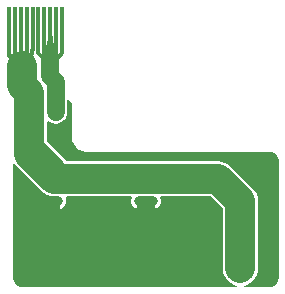
<source format=gbl>
G04 Layer_Physical_Order=2*
G04 Layer_Color=16711680*
%FSLAX25Y25*%
%MOIN*%
G70*
G01*
G75*
%ADD10O,0.07874X0.03150*%
%ADD11C,0.02200*%
%ADD12C,0.03000*%
%ADD13R,0.01378X0.07874*%
%ADD14C,0.10000*%
%ADD15C,0.06000*%
%ADD16C,0.01200*%
G36*
X1450Y-8071D02*
X1437Y-8107D01*
X1425Y-8167D01*
X1415Y-8251D01*
X1400Y-8491D01*
X1387Y-9259D01*
X187D01*
X187Y-9031D01*
X125Y-8071D01*
X110Y-8059D01*
X1464D01*
X1450Y-8071D01*
D02*
G37*
G36*
X3418D02*
X3405Y-8107D01*
X3394Y-8167D01*
X3384Y-8251D01*
X3368Y-8491D01*
X3356Y-9259D01*
X2156D01*
X2155Y-9031D01*
X2094Y-8071D01*
X2079Y-8059D01*
X3433D01*
X3418Y-8071D01*
D02*
G37*
G36*
X15175Y-8059D02*
X15244D01*
X15229Y-8071D01*
X15216Y-8107D01*
X15205Y-8167D01*
X15195Y-8251D01*
X15181Y-8459D01*
X15182Y-8515D01*
X15411Y-11126D01*
X15548Y-11846D01*
X15715Y-12490D01*
X15913Y-13059D01*
X16141Y-13552D01*
X16400Y-13971D01*
X16690Y-14313D01*
X12444D01*
X12734Y-13971D01*
X12992Y-13552D01*
X13221Y-13059D01*
X13419Y-12490D01*
X13586Y-11846D01*
X13723Y-11126D01*
X13830Y-10331D01*
X13942Y-8657D01*
X13905Y-8071D01*
X13890Y-8059D01*
X13959D01*
X13967Y-7494D01*
X15167D01*
X15175Y-8059D01*
D02*
G37*
G36*
X3432Y-53272D02*
X11698Y-61538D01*
X12043Y-61821D01*
X12036Y-61839D01*
X12064D01*
X12581Y-62263D01*
X13589Y-62801D01*
X14682Y-63133D01*
X14961Y-63161D01*
Y-64792D01*
X17913D01*
Y-67311D01*
X17995Y-67300D01*
X18621Y-67041D01*
X19159Y-66628D01*
X19572Y-66090D01*
X19831Y-65464D01*
X19920Y-64792D01*
X19831Y-64119D01*
X19676Y-63745D01*
X19977Y-63245D01*
X41440D01*
X41741Y-63745D01*
X41586Y-64119D01*
X41497Y-64792D01*
X41586Y-65464D01*
X41845Y-66090D01*
X42258Y-66628D01*
X42796Y-67041D01*
X43422Y-67300D01*
X43504Y-67311D01*
Y-64792D01*
X49409D01*
Y-67311D01*
X49491Y-67300D01*
X50117Y-67041D01*
X50655Y-66628D01*
X51068Y-66090D01*
X51327Y-65464D01*
X51416Y-64792D01*
X51327Y-64119D01*
X51172Y-63745D01*
X51473Y-63245D01*
X68164D01*
X72125Y-67206D01*
Y-87233D01*
X72237Y-88370D01*
X72568Y-89463D01*
X73107Y-90470D01*
X73832Y-91354D01*
X74715Y-92078D01*
X75722Y-92617D01*
X76816Y-92949D01*
X76765Y-93445D01*
X5118D01*
Y-93441D01*
X4377Y-93343D01*
X3687Y-93057D01*
X3095Y-92602D01*
X2640Y-92010D01*
X2354Y-91320D01*
X2257Y-90579D01*
X2252D01*
Y-52504D01*
X2395Y-52468D01*
X2752Y-52443D01*
X3432Y-53272D01*
D02*
G37*
G36*
X20853Y-31235D02*
X20893Y-31266D01*
X21197Y-31638D01*
X21376Y-31870D01*
X21662Y-32561D01*
X21759Y-33301D01*
X21764D01*
Y-39370D01*
Y-43335D01*
X21764Y-43335D01*
X21742D01*
X21913Y-44636D01*
X22416Y-45849D01*
X23215Y-46891D01*
X24257Y-47691D01*
X25470Y-48194D01*
X26291Y-48302D01*
X26773Y-48365D01*
X26774Y-48365D01*
X27264Y-48342D01*
X87795D01*
Y-48347D01*
X88536Y-48445D01*
X89226Y-48731D01*
X89819Y-49186D01*
X90273Y-49778D01*
X90559Y-50468D01*
X90657Y-51209D01*
X90662D01*
Y-90579D01*
X90657D01*
X90559Y-91320D01*
X90273Y-92010D01*
X89819Y-92602D01*
X89226Y-93057D01*
X88536Y-93343D01*
X87795Y-93441D01*
Y-93445D01*
X79140D01*
X79090Y-92949D01*
X80183Y-92617D01*
X81191Y-92078D01*
X82074Y-91354D01*
X82799Y-90470D01*
X83337Y-89463D01*
X83669Y-88370D01*
X83781Y-87233D01*
Y-64792D01*
X83669Y-63655D01*
X83337Y-62561D01*
X82799Y-61554D01*
X82074Y-60671D01*
X74699Y-53296D01*
X73816Y-52571D01*
X72808Y-52032D01*
X71715Y-51701D01*
X70578Y-51589D01*
X19855D01*
X19777Y-51443D01*
X19052Y-50560D01*
X13382Y-44890D01*
Y-38355D01*
X13882Y-38109D01*
X14437Y-38535D01*
X15361Y-38918D01*
X16353Y-39048D01*
X17345Y-38918D01*
X18270Y-38535D01*
X19064Y-37926D01*
X19673Y-37132D01*
X20056Y-36208D01*
X20186Y-35216D01*
Y-31144D01*
X20660Y-30983D01*
X20853Y-31235D01*
D02*
G37*
G36*
X17198Y-8071D02*
X17185Y-8107D01*
X17173Y-8167D01*
X17163Y-8251D01*
X17148Y-8491D01*
X17135Y-9259D01*
X15935D01*
X15935Y-9031D01*
X15873Y-8071D01*
X15858Y-8059D01*
X17212D01*
X17198Y-8071D01*
D02*
G37*
G36*
X19166D02*
X19153Y-8107D01*
X19142Y-8167D01*
X19132Y-8251D01*
X19116Y-8491D01*
X19104Y-9259D01*
X17904D01*
X17903Y-9031D01*
X17842Y-8071D01*
X17827Y-8059D01*
X19181D01*
X19166Y-8071D01*
D02*
G37*
G36*
X13261D02*
X13248Y-8107D01*
X13236Y-8167D01*
X13226Y-8251D01*
X13211Y-8491D01*
X13198Y-9259D01*
X11998D01*
X11998Y-9031D01*
X11936Y-8071D01*
X11921Y-8059D01*
X13275D01*
X13261Y-8071D01*
D02*
G37*
G36*
X5387D02*
X5374Y-8107D01*
X5362Y-8167D01*
X5352Y-8251D01*
X5337Y-8491D01*
X5324Y-9259D01*
X4124D01*
X4124Y-9031D01*
X4062Y-8071D01*
X4047Y-8059D01*
X5401D01*
X5387Y-8071D01*
D02*
G37*
G36*
X7355D02*
X7342Y-8107D01*
X7331Y-8167D01*
X7321Y-8251D01*
X7305Y-8491D01*
X7293Y-9259D01*
X6093D01*
X6092Y-9031D01*
X6031Y-8071D01*
X6016Y-8059D01*
X7370D01*
X7355Y-8071D01*
D02*
G37*
D10*
X77953Y-64792D02*
D03*
Y-87233D02*
D03*
X46457Y-64792D02*
D03*
Y-87233D02*
D03*
X14961Y-64792D02*
D03*
Y-87233D02*
D03*
D11*
X26819Y-74348D02*
D03*
Y-79014D02*
D03*
Y-83681D02*
D03*
X57319Y-69181D02*
D03*
Y-74348D02*
D03*
Y-79014D02*
D03*
Y-83681D02*
D03*
X87319Y-67181D02*
D03*
Y-62514D02*
D03*
Y-57848D02*
D03*
Y-53181D02*
D03*
X14819Y-22181D02*
D03*
Y-18681D02*
D03*
X26819Y-69181D02*
D03*
X6319D02*
D03*
Y-83681D02*
D03*
Y-79014D02*
D03*
Y-74348D02*
D03*
X57319Y-50181D02*
D03*
X52462D02*
D03*
X47605D02*
D03*
X42748D02*
D03*
X87319Y-72181D02*
D03*
Y-76848D02*
D03*
Y-81514D02*
D03*
Y-86181D02*
D03*
X23319Y-50181D02*
D03*
X28176D02*
D03*
X33033D02*
D03*
X37890D02*
D03*
X63319Y-83681D02*
D03*
Y-79014D02*
D03*
Y-74348D02*
D03*
Y-69181D02*
D03*
D12*
X16319Y-31431D02*
D03*
Y-36181D02*
D03*
Y-26681D02*
D03*
D13*
X18504Y-4134D02*
D03*
X16535D02*
D03*
X14567D02*
D03*
X12598D02*
D03*
X10630D02*
D03*
X8661D02*
D03*
X6693D02*
D03*
X4724D02*
D03*
X2756D02*
D03*
X787D02*
D03*
D14*
X15819Y-57417D02*
X70578D01*
X7553Y-49152D02*
X15819Y-57417D01*
X70578D02*
X77953Y-64792D01*
X7553Y-47304D02*
Y-28692D01*
Y-49152D02*
Y-47304D01*
X14931Y-54681D01*
X5069Y-26207D02*
X7553Y-28692D01*
X5069Y-26207D02*
Y-19881D01*
X77953Y-87233D02*
Y-64792D01*
D15*
X14567Y-23260D02*
Y-22209D01*
X16353Y-35216D02*
Y-25047D01*
X14567Y-23260D02*
X16353Y-25047D01*
X14567Y-22209D02*
Y-16433D01*
D16*
X10630Y-15492D02*
X11819Y-16681D01*
X10630Y-15492D02*
Y-4134D01*
X8630Y-15870D02*
Y-14587D01*
X7937Y-16563D02*
X8630Y-15870D01*
X8661Y-14587D02*
Y-4134D01*
X12598Y-16402D02*
Y-4134D01*
X14567Y-16433D02*
Y-4134D01*
X16535Y-15898D02*
Y-4134D01*
X18504Y-15496D02*
Y-4134D01*
X17319Y-16681D02*
X18504Y-15496D01*
X4724Y-16563D02*
Y-4134D01*
X6693Y-16555D02*
Y-4134D01*
X2756Y-16563D02*
Y-4134D01*
X787Y-16563D02*
X2756D01*
X787D02*
Y-4134D01*
M02*

</source>
